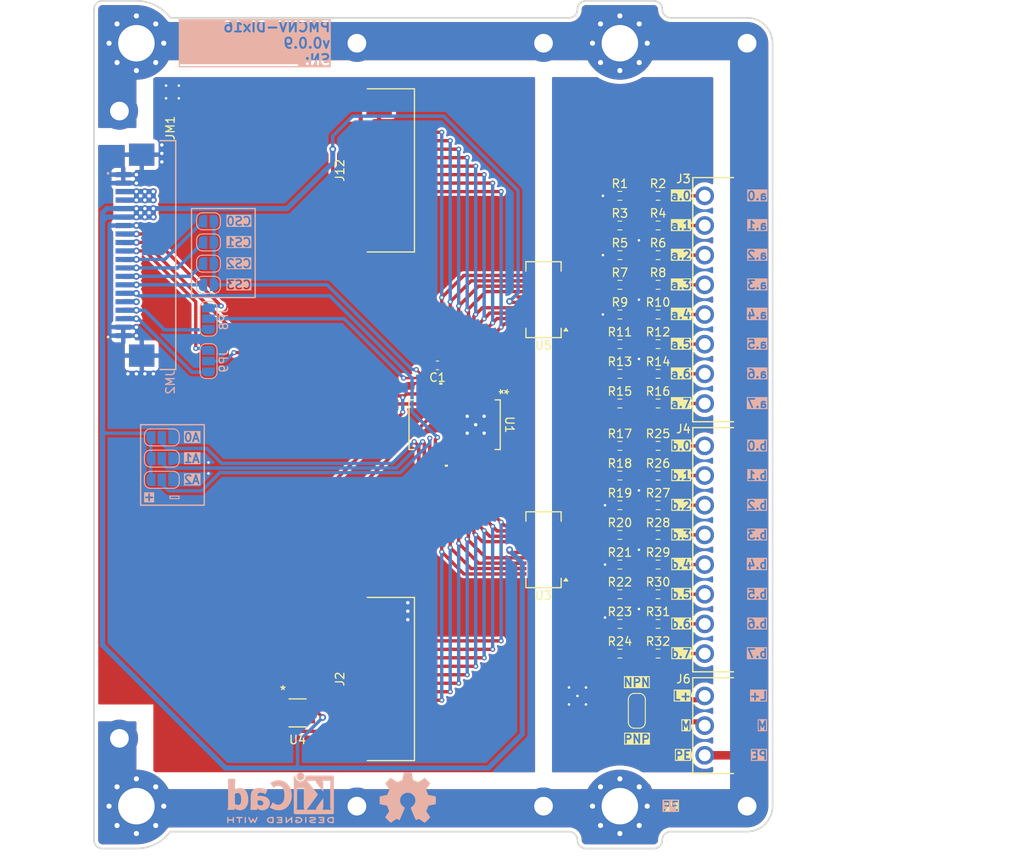
<source format=kicad_pcb>
(kicad_pcb (version 20241229) (generator "pcbnew") (generator_version "9.0")
  (title_block (title "${article} v${version}"))
  (layers (0 "F.Cu" signal) (2 "B.Cu" signal) (13 "F.Paste" user) (15 "B.Paste" user) (5 "F.SilkS" user "F.Silkscreen") (7 "B.SilkS" user "B.Silkscreen") (1 "F.Mask" user) (3 "B.Mask" user) (25 "Edge.Cuts" user))
  (property "article" "PMCNV-DIx16")
  (property "version" "0.0.9")
  (net 0 "")
  (net 1 "/CS_MCU")
  (net 2 "GND_MCU")
  (net 3 "/SCK_MCU")
  (net 4 "/CS3_MCU")
  (net 5 "/a.1")
  (net 6 "/a.3")
  (net 7 "/a.6")
  (net 8 "/a.5")
  (net 9 "/a.2")
  (net 10 "/a.4")
  (net 11 "/a.7")
  (net 12 "/a.0_div")
  (net 13 "/a.1_div")
  (net 14 "/a.3_div")
  (net 15 "/a.2_div")
  (net 16 "/a.7_div")
  (net 17 "/a.6_div")
  (net 18 "/a.4_div")
  (net 19 "/a.5_div")
  (net 20 "/b.3")
  (net 21 "/b.6")
  (net 22 "/b.4")
  (net 23 "/b.2")
  (net 24 "/b.5")
  (net 25 "/b.7")
  (net 26 "/b.2_div")
  (net 27 "/b.3_div")
  (net 28 "/b.0_div")
  (net 29 "/b.1_div")
  (net 30 "/b.5_div")
  (net 31 "/b.6_div")
  (net 32 "/b.7_div")
  (net 33 "/b.4_div")
  (net 34 "/a.6_in")
  (net 35 "/a.7_in")
  (net 36 "/a.0_in")
  (net 37 "/a.1_in")
  (net 38 "/a.4_in")
  (net 39 "/a.3_in")
  (net 40 "/a.2_in")
  (net 41 "/a.5_in")
  (net 42 "/b.0_in")
  (net 43 "/b.1_in")
  (net 44 "/a.0")
  (net 45 "/b.4_in")
  (net 46 "/b.2_in")
  (net 47 "/b.6_in")
  (net 48 "/b.5_in")
  (net 49 "/b.7_in")
  (net 50 "/b.3_in")
  (net 51 "/b.1")
  (net 52 "/b.0")
  (net 53 "PE")
  (net 54 "/MISO_MCU")
  (net 55 "/CS0_MCU")
  (net 56 "/CS1_MCU")
  (net 57 "/CS2_MCU")
  (net 58 "+3.3V_MCU")
  (net 59 "/MOSI_MCU")
  (net 64 "/COM_CNV")
  (net 65 "+5V_MCU")
  (net 66 "/SDA_MCU")
  (net 67 "/SCL_MCU")
  (net 68 "Net-(JP8-C)")
  (net 69 "Net-(JP9-C)")
  (net 70 "unconnected-(U4-2A-Pad3)")
  (net 71 "/CS_LED")
  (net 73 "/A0")
  (net 74 "/A1")
  (net 75 "/A2")
  (net 76 "/RST")
  (net 77 "GND_CNV")
  (net 78 "L+_CNV")
  (net 79 "Net-(JM1-Pin_5)")
  (footprint "Resistor_SMD:R_0603_1608Metric" (layer "F.Cu") (at 91.5 123.5)
    (property "Reference" "R31")
    (property "Value" "2k7")
  )
  (footprint "kicad_inventree_lib:PM-ESP32C3_v0.0.7" (layer "F.Cu") (at 25 100)
    (property "Reference" "U2" (hide yes))
    (property "Value" "~" (hide yes))
  )
  (footprint "kicad_inventree_lib:DBV6-M" (layer "F.Cu") (at 49 134)
    (property "Reference" "U4")
    (property "Value" "SN74LVC2G14DBVR")
  )
  (footprint "MountingHole:MountingHole_4.3mm_M4_Pad_Via" (layer "F.Cu") (at 87 55)
    (property "Reference" "H2" (hide yes))
    (property "Value" "M4")
  )
  (footprint "Resistor_SMD:R_0603_1608Metric" (layer "F.Cu") (at 91.5 97.5)
    (property "Reference" "R16")
    (property "Value" "2k7")
  )
  (footprint "Resistor_SMD:R_0603_1608Metric" (layer "F.Cu") (at 87 94)
    (property "Reference" "R13")
    (property "Value" "750R")
  )
  (footprint "kicad_inventree_lib:PMLED-xx-v0.0.2" (layer "F.Cu") (at 90 100)
    (property "Reference" "SP1" (hide yes))
    (property "Value" "~")
  )
  (footprint "Resistor_SMD:R_0603_1608Metric" (layer "F.Cu") (at 87 106)
    (property "Reference" "R18")
    (property "Value" "750R")
  )
  (footprint "Resistor_SMD:R_0603_1608Metric" (layer "F.Cu") (at 91.5 113)
    (property "Reference" "R28")
    (property "Value" "2k7")
  )
  (footprint "Package_SO:SSOP-20_3.9x8.7mm_P0.635mm" (layer "F.Cu") (at 78 85.25 180)
    (property "Reference" "U5")
    (property "Value" "CA-IS3980P")
  )
  (footprint "Resistor_SMD:R_0603_1608Metric" (layer "F.Cu") (at 91.5 76.5)
    (property "Reference" "R4")
    (property "Value" "2k7")
  )
  (footprint "Resistor_SMD:R_0603_1608Metric" (layer "F.Cu") (at 87 127)
    (property "Reference" "R24")
    (property "Value" "750R")
  )
  (footprint "MountingHole:MountingHole_4.3mm_M4_Pad_Via" (layer "F.Cu") (at 30 55)
    (property "Reference" "H1" (hide yes))
    (property "Value" "M4")
  )
  (footprint "Resistor_SMD:R_0603_1608Metric" (layer "F.Cu") (at 87 123.5)
    (property "Reference" "R23")
    (property "Value" "750R")
  )
  (footprint "Resistor_SMD:R_0603_1608Metric" (layer "F.Cu") (at 87 90.5)
    (property "Reference" "R11")
    (property "Value" "750R")
  )
  (footprint "Resistor_SMD:R_0603_1608Metric" (layer "F.Cu") (at 91.5 73)
    (property "Reference" "R2")
    (property "Value" "2k7")
  )
  (footprint "Capacitor_SMD:C_0603_1608Metric" (layer "F.Cu") (at 65.5 93 180)
    (property "Reference" "C1")
    (property "Value" "100nF")
  )
  (footprint "Resistor_SMD:R_0603_1608Metric" (layer "F.Cu") (at 87 113)
    (property "Reference" "R20")
    (property "Value" "750R")
  )
  (footprint "kicad_inventree_lib:SSOP28_MC_MCH" (layer "F.Cu") (at 67.52 100 -90)
    (property "Reference" "U1")
    (property "Value" "MCP23S17_SS")
  )
  (footprint "Resistor_SMD:R_0603_1608Metric" (layer "F.Cu") (at 87 80)
    (property "Reference" "R5")
    (property "Value" "750R")
  )
  (footprint "kicad_inventree_lib:CONN10_AFA07-S12_JUS" (layer "F.Cu") (at 60 70 90)
    (property "Reference" "J12")
    (property "Value" "AFA07-S12FCC-00")
  )
  (footprint "Resistor_SMD:R_0603_1608Metric" (layer "F.Cu") (at 87 76.5)
    (property "Reference" "R3")
    (property "Value" "750R")
  )
  (footprint "kicad_inventree_lib:15EDGRC-3.5-03P" (layer "F.Cu") (at 97 139 90)
    (property "Reference" "J6")
    (property "Value" "15EDGRC-3.5-05P")
  )
  (footprint "Resistor_SMD:R_0603_1608Metric" (layer "F.Cu") (at 91.5 106)
    (property "Reference" "R26")
    (property "Value" "2k7")
  )
  (footprint "Resistor_SMD:R_0603_1608Metric" (layer "F.Cu") (at 87 83.5)
    (property "Reference" "R7")
    (property "Value" "750R")
  )
  (footprint "Resistor_SMD:R_0603_1608Metric" (layer "F.Cu") (at 87 102.5)
    (property "Reference" "R17")
    (property "Value" "750R")
  )
  (footprint "Resistor_SMD:R_0603_1608Metric" (layer "F.Cu") (at 91.5 127)
    (property "Reference" "R32")
    (property "Value" "2k7")
  )
  (footprint "kicad_inventree_lib:AFA07S20FCA00" (layer "F.Cu") (at 32 80 90)
    (property "Reference" "JM1")
    (property "Value" "AFA07-S20FCC-00" (hide yes))
  )
  (footprint "Resistor_SMD:R_0603_1608Metric" (layer "F.Cu") (at 91.5 83.5)
    (property "Reference" "R8")
    (property "Value" "2k7")
  )
  (footprint "Resistor_SMD:R_0603_1608Metric" (layer "F.Cu") (at 91.5 120)
    (property "Reference" "R30")
    (property "Value" "2k7")
  )
  (footprint "Resistor_SMD:R_0603_1608Metric" (layer "F.Cu") (at 91.5 80)
    (property "Reference" "R6")
    (property "Value" "2k7")
  )
  (footprint "Resistor_SMD:R_0603_1608Metric" (layer "F.Cu") (at 87 73)
    (property "Reference" "R1")
    (property "Value" "750R")
  )
  (footprint "Resistor_SMD:R_0603_1608Metric" (layer "F.Cu") (at 87 120)
    (property "Reference" "R22")
    (property "Value" "750R")
  )
  (footprint "kicad_inventree_lib:CONN10_AFA07-S12_JUS" (layer "F.Cu") (at 60 130 90)
    (property "Reference" "J2")
    (property "Value" "AFA07-S12FCC-00")
  )
  (footprint "Resistor_SMD:R_0603_1608Metric" (layer "F.Cu") (at 91.5 87)
    (property "Reference" "R10")
    (property "Value" "2k7")
  )
  (footprint "Resistor_SMD:R_0603_1608Metric" (layer "F.Cu") (at 91.5 94)
    (property "Reference" "R14")
    (property "Value" "2k7")
  )
  (footprint "Package_SO:SSOP-20_3.9x8.7mm_P0.635mm" (layer "F.Cu") (at 78 114.75 180)
    (property "Reference" "U3")
    (property "Value" "CA-IS3980P")
  )
  (footprint "kicad_inventree_lib:SolderJumper-3_P1.3mm_Open_RoundedPad1.0x1.5mm" (layer "F.Cu") (at 89 133.75 90)
    (property "Reference" "JP10" (hide yes))
    (property "Value" "SolderJumper_3_Open")
  )
  (footprint "Resistor_SMD:R_0603_1608Metric" (layer "F.Cu") (at 91.5 90.5)
    (property "Reference" "R12")
    (property "Value" "2k7")
  )
  (footprint "MountingHole:MountingHole_4.3mm_M4_Pad_Via" (layer "F.Cu") (at 87 145)
    (property "Reference" "H3" (hide yes))
    (property "Value" "M4")
  )
  (footprint "Resistor_SMD:R_0603_1608Metric" (layer "F.Cu") (at 87 87)
    (property "Reference" "R9")
    (property "Value" "750R")
  )
  (footprint "Resistor_SMD:R_0603_1608Metric" (layer "F.Cu") (at 87 109.5)
    (property "Reference" "R19")
    (property "Value" "750R")
  )
  (footprint "kicad_inventree_lib:15EDGRC-3.5-08P" (layer "F.Cu") (at 97 127 90)
    (property "Reference" "J4")
    (property "Value" "15EDGRC-3.5-10P")
  )
  (footprint "Resistor_SMD:R_0603_1608Metric" (layer "F.Cu") (at 91.5 109.5)
    (property "Reference" "R27")
    (property "Value" "2k7")
  )
  (footprint "Resistor_SMD:R_0603_1608Metric" (layer "F.Cu") (at 91.5 102.5)
    (property "Reference" "R25")
    (property "Value" "2k7")
  )
  (footprint "Resistor_SMD:R_0603_1608Metric" (layer "F.Cu") (at 87 116.5)
    (property "Reference" "R21")
    (property "Value" "750R")
  )
  (footprint "kicad_inventree_lib:15EDGRC-3.5-08P" (layer "F.Cu") (at 97 97.5 90)
    (property "Reference" "J3")
    (property "Value" "15EDGRC-3.5-10P")
  )
  (footprint "Resistor_SMD:R_0603_1608Metric" (layer "F.Cu") (at 91.5 116.5)
    (property "Reference" "R29")
    (property "Value" "2k7")
  )
  (footprint "Resistor_SMD:R_0603_1608Metric" (layer "F.Cu") (at 87 97.5)
    (property "Reference" "R15")
    (property "Value" "750R")
  )
  (footprint "MountingHole:MountingHole_4.3mm_M4_Pad_Via" (layer "F.Cu") (at 30 145)
    (property "Reference" "H4" (hide yes))
    (property "Value" "M4")
  )
  (footprint "kicad_inventree_lib:AFA07S20FCA00" (layer "B.Cu") (at 32 80 -90)
    (property "Reference" "JM2")
    (property "Value" "AFA07-S20FCC-00" (hide yes))
  )
  (footprint "Jumper:SolderJumper-2_P1.3mm_Open_RoundedPad1.0x1.5mm" (layer "B.Cu") (at 38.5 78.5)
    (property "Reference" "JP2" (hide yes))
    (property "Value" "SolderJumper_2_Open")
  )
  (footprint "Jumper:SolderJumper-2_P1.3mm_Open_RoundedPad1.0x1.5mm" (layer "B.Cu") (at 38.5 83.5)
    (property "Reference" "JP4" (hide yes))
    (property "Value" "SolderJumper_2_Open")
  )
  (footprint "Jumper:SolderJumper-2_P1.3mm_Open_RoundedPad1.0x1.5mm" (layer "B.Cu") (at 38.5 81)
    (property "Reference" "JP3" (hide yes))
    (property "Value" "SolderJumper_2_Open")
  )
  (footprint "Jumper:SolderJumper-2_P1.3mm_Open_RoundedPad1.0x1.5mm" (layer "B.Cu") (at 38.5 76)
    (property "Reference" "JP1" (hide yes))
    (property "Value" "SolderJumper_2_Open")
  )
  (footprint "Symbol:KiCad-Logo2_5mm_SilkScreen" (layer "B.Cu") (at 47 144 180)
    (property "Reference" "kicad_logo" (hide yes))
    (property "Value" "KiCad-Logo2_5mm_SilkScreen" (hide yes))
  )
  (footprint "kicad_inventree_lib:SolderJumper-3_P1.3mm_Open_RoundedPad1.0x1.5mm" (layer "B.Cu") (at 33 104 180)
    (property "Reference" "JP6" (hide yes))
    (property "Value" "SolderJumper_3_Open")
  )
  (footprint "kicad_inventree_lib:SolderJumper-3_P1.3mm_Open_RoundedPad1.0x1.5mm" (layer "B.Cu") (at 38.5 87.5 90)
    (property "Reference" "JP8")
    (property "Value" "SolderJumper_3_Open")
  )
  (footprint "Symbol:OSHW-Symbol_6.7x6mm_SilkScreen" (layer "B.Cu") (at 62 144 180)
    (property "Reference" "oshw_logo" (hide yes))
    (property "Value" "OSHW-Symbol_6.7x6mm_SilkScreen" (hide yes))
  )
  (footprint "kicad_inventree_lib:SolderJumper-3_P1.3mm_Open_RoundedPad1.0x1.5mm" (layer "B.Cu") (at 33 101.5 180)
    (property "Reference" "JP5" (hide yes))
    (property "Value" "SolderJumper_3_Open")
  )
  (footprint "kicad_inventree_lib:SolderJumper-3_P1.3mm_Open_RoundedPad1.0x1.5mm" (layer "B.Cu") (at 33 106.5 180)
    (property "Reference" "JP7" (hide yes))
    (property "Value" "SolderJumper_3_Open")
  )
  (footprint "kicad_inventree_lib:SolderJumper-3_P1.3mm_Open_RoundedPad1.0x1.5mm" (layer "B.Cu") (at 38.5 92.5 90)
    (property "Reference" "JP9")
    (property "Value" "SolderJumper_3_Open")
  )
  (gr_rect (start 36.5 74.5) (end 44 85) (stroke (width 0.16)) (fill no) (layer "B.SilkS"))
  (gr_rect (start 30.5 100) (end 38 109.5) (stroke (width 0.16)) (fill no) (layer "B.SilkS"))
  (gr_line (start 93 148) (end 102 148) (stroke (width 0.2)) (layer "Edge.Cuts"))
  (gr_arc (start 92 149) (mid 91.707107 149.707107) (end 91 150) (stroke (width 0.2)) (layer "Edge.Cuts"))
  (gr_arc (start 25 51) (mid 25.292893 50.292893) (end 26 50) (stroke (width 0.2)) (layer "Edge.Cuts"))
  (gr_line (start 91 50) (end 83 50) (stroke (width 0.2)) (layer "Edge.Cuts"))
  (gr_arc (start 91 50) (mid 91.707107 50.292893) (end 92 51) (stroke (width 0.2)) (layer "Edge.Cuts"))
  (gr_arc (start 92 149) (mid 92.292893 148.292893) (end 93 148) (stroke (width 0.2)) (layer "Edge.Cuts"))
  (gr_arc (start 83 150) (mid 82.292893 149.707107) (end 82 149) (stroke (width 0.2)) (layer "Edge.Cuts"))
  (gr_line (start 34 52) (end 81 52) (stroke (width 0.2)) (layer "Edge.Cuts"))
  (gr_arc (start 102 52) (mid 104.12132 52.87868) (end 105 55) (stroke (width 0.2)) (layer "Edge.Cuts"))
  (gr_arc (start 82 51) (mid 82.292893 50.292893) (end 83 50) (stroke (width 0.2)) (layer "Edge.Cuts"))
  (gr_arc (start 93 52) (mid 92.292893 51.707107) (end 92 51) (stroke (width 0.2)) (layer "Edge.Cuts"))
  (gr_line (start 25 149) (end 25 51) (stroke (width 0.2)) (layer "Edge.Cuts"))
  (gr_line (start 26 150) (end 30 150) (stroke (width 0.2)) (layer "Edge.Cuts"))
  (gr_arc (start 105 145) (mid 104.12132 147.12132) (end 102 148) (stroke (width 0.2)) (layer "Edge.Cuts"))
  (gr_line (start 83 150) (end 91 150) (stroke (width 0.2)) (layer "Edge.Cuts"))
  (gr_arc (start 34 148) (mid 32.236068 149.472136) (end 30 150) (stroke (width 0.2)) (layer "Edge.Cuts"))
  (gr_line (start 26 50) (end 30 50) (stroke (width 0.2)) (layer "Edge.Cuts"))
  (gr_line (start 93 52) (end 102 52) (stroke (width 0.2)) (layer "Edge.Cuts"))
  (gr_arc (start 82 51) (mid 81.707107 51.707107) (end 81 52) (stroke (width 0.2)) (layer "Edge.Cuts"))
  (gr_line (start 81 148) (end 34 148) (stroke (width 0.2)) (layer "Edge.Cuts"))
  (gr_line (start 105 55) (end 105 145) (stroke (width 0.2)) (layer "Edge.Cuts"))
  (gr_arc (start 30 50) (mid 32.236068 50.527864) (end 34 52) (stroke (width 0.2)) (layer "Edge.Cuts"))
  (gr_arc (start 81 148) (mid 81.707107 148.292893) (end 82 149) (stroke (width 0.2)) (layer "Edge.Cuts"))
  (gr_arc (start 26 150) (mid 25.292893 149.707107) (end 25 149) (stroke (width 0.2)) (layer "Edge.Cuts"))
  (gr_text "a.6" (at 95.5 94 0) (layer "F.SilkS" knockout) (effects (font (size 1 1) (thickness 0.2) (bold yes)) (justify right)))
  (gr_text "b.7" (at 95.5 127 0) (layer "F.SilkS" knockout) (effects (font (size 1 1) (thickness 0.2) (bold yes)) (justify right)))
  (gr_text "L+" (at 95.5 132 0) (layer "F.SilkS" knockout) (effects (font (size 1 1) (thickness 0.2) (bold yes)) (justify right)))
  (gr_text "M" (at 95.5 135.5 0) (layer "F.SilkS" knockout) (effects (font (size 1 1) (thickness 0.2) (bold yes)) (justify right)))
  (gr_text "b.3" (at 95.5 113 0) (layer "F.SilkS" knockout) (effects (font (size 1 1) (thickness 0.2) (bold yes)) (justify right)))
  (gr_text "a.5" (at 95.5 90.5 0) (layer "F.SilkS" knockout) (effects (font (size 1 1) (thickness 0.2) (bold yes)) (justify right)))
  (gr_text "b.6" (at 95.5 123.5 0) (layer "F.SilkS" knockout) (effects (font (size 1 1) (thickness 0.2) (bold yes)) (justify right)))
  (gr_text "a.2" (at 95.5 80 0) (layer "F.SilkS" knockout) (effects (font (size 1 1) (thickness 0.2) (bold yes)) (justify right)))
  (gr_text "b.2" (at 95.5 109.5 0) (layer "F.SilkS" knockout) (effects (font (size 1 1) (thickness 0.2) (bold yes)) (justify right)))
  (gr_text "PNP" (at 89 136.5 0) (layer "F.SilkS" knockout) (effects (font (size 1 1) (thickness 0.2) (bold yes)) (justify top)))
  (gr_text "b.4" (at 95.5 116.5 0) (layer "F.SilkS" knockout) (effects (font (size 1 1) (thickness 0.2) (bold yes)) (justify right)))
  (gr_text "NPN" (at 89 131 0) (layer "F.SilkS" knockout) (effects (font (size 1 1) (thickness 0.2) (bold yes)) (justify bottom)))
  (gr_text "PE" (at 95.5 139 0) (layer "F.SilkS" knockout) (effects (font (size 1 1) (thickness 0.2) (bold yes)) (justify right)))
  (gr_text "b.5" (at 95.5 120 0) (layer "F.SilkS" knockout) (effects (font (size 1 1) (thickness 0.2) (bold yes)) (justify right)))
  (gr_text "PE" (at 93 145 0) (layer "F.SilkS" knockout) (effects (font (size 1 1) (thickness 0.2) (bold yes))))
  (gr_text "a.4" (at 95.5 87 0) (layer "F.SilkS" knockout) (effects (font (size 1 1) (thickness 0.2) (bold yes)) (justify right)))
  (gr_text "a.7" (at 95.5 97.5 0) (layer "F.SilkS" knockout) (effects (font (size 1 1) (thickness 0.2) (bold yes)) (justify right)))
  (gr_text "b.0" (at 95.5 102.5 0) (layer "F.SilkS" knockout) (effects (font (size 1 1) (thickness 0.2) (bold yes)) (justify right)))
  (gr_text "b.1" (at 95.5 106 0) (layer "F.SilkS" knockout) (effects (font (size 1 1) (thickness 0.2) (bold yes)) (justify right)))
  (gr_text "a.0" (at 95.5 73 0) (layer "F.SilkS" knockout) (effects (font (size 1 1) (thickness 0.2) (bold yes)) (justify right)))
  (gr_text "a.3" (at 95.5 83.5 0) (layer "F.SilkS" knockout) (effects (font (size 1 1) (thickness 0.2) (bold yes)) (justify right)))
  (gr_text "a.1" (at 95.5 76.5 0) (layer "F.SilkS" knockout) (effects (font (size 1 1) (thickness 0.2) (bold yes)) (justify right)))
  (gr_text "b.2" (at 104.5 109.5 0) (layer "B.SilkS" knockout) (effects (font (size 1 1) (thickness 0.2) (bold yes)) (justify left mirror)))
  (gr_text "PE" (at 104.5 139 0) (layer "B.SilkS" knockout) (effects (font (size 1 1) (thickness 0.2) (bold yes)) (justify left mirror)))
  (gr_text "a.0" (at 104.5 73 0) (layer "B.SilkS" knockout) (effects (font (size 1 1) (thickness 0.2) (bold yes)) (justify left mirror)))
  (gr_text "a.3" (at 104.5 83.5 0) (layer "B.SilkS" knockout) (effects (font (size 1 1) (thickness 0.2) (bold yes)) (justify left mirror)))
  (gr_text "CS0" (at 40.5 76 0) (layer "B.SilkS" knockout) (effects (font (size 1 1) (thickness 0.2) (bold yes)) (justify right mirror)))
  (gr_text "a.7" (at 104.5 97.5 0) (layer "B.SilkS" knockout) (effects (font (size 1 1) (thickness 0.2) (bold yes)) (justify left mirror)))
  (gr_text "b.4" (at 104.5 116.5 0) (layer "B.SilkS" knockout) (effects (font (size 1 1) (thickness 0.2) (bold yes)) (justify left mirror)))
  (gr_text "+" (at 31.5 108.5 0) (layer "B.SilkS" knockout) (effects (font (size 1 1) (thickness 0.2) (bold yes)) (justify mirror)))
  (gr_text "a.1" (at 104.5 76.5 0) (layer "B.SilkS" knockout) (effects (font (size 1 1) (thickness 0.2) (bold yes)) (justify left mirror)))
  (gr_text "b.5" (at 104.5 120 0) (layer "B.SilkS" knockout) (effects (font (size 1 1) (thickness 0.2) (bold yes)) (justify left mirror)))
  (gr_text "A0" (at 35.5 101.5 0) (layer "B.SilkS" knockout) (effects (font (size 1 1) (thickness 0.2) (bold yes)) (justify right mirror)))
  (gr_text "L+" (at 104.5 132 0) (layer "B.SilkS" knockout) (effects (font (size 1 1) (thickness 0.2) (bold yes)) (justify left mirror)))
  (gr_text "-" (at 34.5 108.5 0) (layer "B.SilkS" knockout) (effects (font (size 1 1) (thickness 0.2) (bold yes)) (justify mirror)))
  (gr_text "b.6" (at 104.5 123.5 0) (layer "B.SilkS" knockout) (effects (font (size 1 1) (thickness 0.2) (bold yes)) (justify left mirror)))
  (gr_text "CS3" (at 40.5 83.5 0) (layer "B.SilkS" knockout) (effects (font (size 1 1) (thickness 0.2) (bold yes)) (justify right mirror)))
  (gr_text "A1" (at 35.5 104 0) (layer "B.SilkS" knockout) (effects (font (size 1 1) (thickness 0.2) (bold yes)) (justify right mirror)))
  (gr_text "${article}\nv${version}\nSN: _______________" (at 53 55 0) (layer "B.SilkS" knockout) (effects (font (size 1.2 1.2) (thickness 0.24) (bold yes)) (justify left mirror)))
  (gr_text "CS2" (at 40.5 81 0) (layer "B.SilkS" knockout) (effects (font (size 1 1) (thickness 0.2) (bold yes)) (justify right mirror)))
  (gr_text "b.1" (at 104.5 106 0) (layer "B.SilkS" knockout) (effects (font (size 1 1) (thickness 0.2) (bold yes)) (justify left mirror)))
  (gr_text "b.0" (at 104.5 102.5 0) (layer "B.SilkS" knockout) (effects (font (size 1 1) (thickness 0.2) (bold yes)) (justify left mirror)))
  (gr_text "A2" (at 35.5 106.5 0) (layer "B.SilkS" knockout) (effects (font (size 1 1) (thickness 0.2) (bold yes)) (justify right mirror)))
  (gr_text "M" (at 104.5 135.5 0) (layer "B.SilkS" knockout) (effects (font (size 1 1) (thickness 0.2) (bold yes)) (justify left mirror)))
  (gr_text "a.5" (at 104.5 90.5 0) (layer "B.SilkS" knockout) (effects (font (size 1 1) (thickness 0.2) (bold yes)) (justify left mirror)))
  (gr_text "b.7" (at 104.5 127 0) (layer "B.SilkS" knockout) (effects (font (size 1 1) (thickness 0.2) (bold yes)) (justify left mirror)))
  (gr_text "a.2" (at 104.5 80 0) (layer "B.SilkS" knockout) (effects (font (size 1 1) (thickness 0.2) (bold yes)) (justify left mirror)))
  (gr_text "a.6" (at 104.5 94 0) (layer "B.SilkS" knockout) (effects (font (size 1 1) (thickness 0.2) (bold yes)) (justify left mirror)))
  (gr_text "PE" (at 93 145 -0) (layer "B.SilkS" knockout) (effects (font (size 1 1) (thickness 0.2) (bold yes)) (justify mirror)))
  (gr_text "CS1" (at 40.5 78.5 0) (layer "B.SilkS" knockout) (effects (font (size 1 1) (thickness 0.2) (bold yes)) (justify right mirror)))
  (gr_text "a.4" (at 104.5 87 0) (layer "B.SilkS" knockout) (effects (font (size 1 1) (thickness 0.2) (bold yes)) (justify left mirror)))
  (gr_text "b.3" (at 104.5 113 0) (layer "B.SilkS" knockout) (effects (font (size 1 1) (thickness 0.2) (bold yes)) (justify left mirror)))
  (segment (start 65.161902 97.550999) (end 65.161902 96.455298) (width 0.4) (layer "F.Cu") (net 1))
  (segment (start 63 93.5) (end 63.5 94) (width 0.3) (layer "F.Cu") (net 1))
  (segment (start 47.53315 116.21685) (end 65.149 98.601) (width 0.4) (layer "F.Cu") (net 1))
  (segment (start 65.161902 96.455298) (end 65.250001 96.367199) (width 0.4) (layer "F.Cu") (net 1))
  (segment (start 47.53315 133.049999) (end 47.53315 116.21685) (width 0.4) (layer "F.Cu") (net 1))
  (segment (start 65.149 98.601) (end 65.149 97.550999) (width 0.4) (layer "F.Cu") (net 1))
  (segment (start 65.149 97.550999) (end 65.161902 97.550999) (width 0.4) (layer "F.Cu") (net 1))
  (segment (start 65.250001 96.367199) (end 65.250001 95.478498) (width 0.4) (layer "F.Cu") (net 1))
  (segment (start 64 94) (end 65.245001 95.245001) (width 0.3) (layer "F.Cu") (net 1))
  (segment (start 63.5 94) (end 64 94) (width 0.3) (layer "F.Cu") (net 1))
  (segment (start 65.245001 95.245001) (end 65.245001 96.372199) (width 0.3) (layer "F.Cu") (net 1))
  (via (at 63 93.5) (size 0.6) (drill 0.3) (layers "F.Cu" "B.Cu") (net 1))
  (segment (start 62.5 93.5) (end 52.5 83.5) (width 0.4) (layer "B.Cu") (net 1))
  (segment (start 39.15 76) (end 39.15 83.5) (width 0.4) (layer "B.Cu") (net 1))
  (segment (start 52.5 83.5) (end 39.15 83.5) (width 0.4) (layer "B.Cu") (net 1))
  (segment (start 63 93.5) (end 62.5 93.5) (width 0.4) (layer "B.Cu") (net 1))
  (via (at 69 101) (size 0.8) (drill 0.4) (layers "F.Cu" "B.Cu") (net 2))
  (via (at 33.5 61.5) (size 0.6) (drill 0.3) (layers "F.Cu" "B.Cu") (net 2))
  (via (at 70 100) (size 0.8) (drill 0.4) (layers "F.Cu" "B.Cu") (net 2))
  (via (at 33.5 60) (size 0.6) (drill 0.3) (layers "F.Cu" "B.Cu") (net 2))
  (via (at 30 76.5) (size 0.8) (drill 0.4) (layers "F.Cu" "B.Cu") (net 2))
  (via (at 30 94) (size 0.8) (drill 0.4) (layers "F.Cu" "B.Cu") (net 2))
  (via (at 30 89.5) (size 0.8) (drill 0.4) (layers "F.Cu" "B.Cu") (net 2))
  (via (at 35 60) (size 0.6) (drill 0.3) (layers "F.Cu" "B.Cu") (net 2))
  (via (at 38.5 104.456) (size 0.6) (drill 0.3) (layers "F.Cu" "B.Cu") (net 2))
  (via (at 33 67) (size 0.8) (drill 0.4) (layers "F.Cu" "B.Cu") (net 2))
  (via (at 71 99) (size 0.8) (drill 0.4) (layers "F.Cu" "B.Cu") (net 2))
  (via (at 62 123) (size 0.8) (drill 0.4) (layers "F.Cu" "B.Cu") (net 2))
  (via (at 38.5 105.756) (size 0.6) (drill 0.3) (layers "F.Cu" "B.Cu") (net 2))
  (via (at 71 101) (size 0.8) (drill 0.4) (layers "F.Cu" "B.Cu") (net 2))
  (via (at 62 122) (size 0.8) (drill 0.4) (layers "F.Cu" "B.Cu") (net 2))
  (via (at 32 94) (size 0.8) (drill 0.4) (layers "F.Cu" "B.Cu") (net 2))
  (via (at 62 121) (size 0.8) (drill 0.4) (layers "F.Cu" "B.Cu") (net 2))
  (via (at 69 99) (size 0.8) (drill 0.4) (layers "F.Cu" "B.Cu") (net 2))
  (via (at 33 69) (size 0.8) (drill 0.4) (layers "F.Cu" "B.Cu") (net 2))
  (via (at 31 94) (size 0.8) (drill 0.4) (layers "F.Cu" "B.Cu") (net 2))
  (via (at 29 94) (size 0.8) (drill 0.4) (layers "F.Cu" "B.Cu") (net 2))
  (via (at 30 88.5) (size 0.8) (drill 0.4) (layers "F.Cu" "B.Cu") (net 2))
  (via (at 33 68) (size 0.8) (drill 0.4) (layers "F.Cu" "B.Cu") (net 2))
  (via (at 30 70.5) (size 0.8) (drill 0.4) (layers "F.Cu" "B.Cu") (net 2))
  (via (at 35 61.5) (size 0.6) (drill 0.3) (layers "F.Cu" "B.Cu") (net 2))
  (via (at 30 71.5) (size 0.8) (drill 0.4) (layers "F.Cu" "B.Cu") (net 2))
  (segment (start 28.454 79.5) (end 30 79.5) (width 0.6) (layer "F.Cu") (net 3))
  (segment (start 37 85.5) (end 37 91) (width 0.4) (layer "F.Cu") (net 3))
  (segment (start 31 79.5) (end 37 85.5) (width 0.4) (layer "F.Cu") (net 3))
  (segment (start 30 79.5) (end 31 79.5) (width 0.4) (layer "F.Cu") (net 3))
  (via (at 30 79.5) (size 0.8) (drill 0.4) (layers "F.Cu" "B.Cu") (net 3))
  (via (at 37 91) (size 0.6) (drill 0.3) (layers "F.Cu" "B.Cu") (net 3))
  (segment (start 37 91) (end 38.3 91) (width 0.4) (layer "B.Cu") (net 3))
  (segment (start 38.3 91) (end 38.5 91.2) (width 0.3) (layer "B.Cu") (net 3))
  (segment (start 30 79.5) (end 28.454 79.5) (width 0.6) (layer "B.Cu") (net 3))
  (segment (start 28.454 83.5) (end 30 83.5) (width 0.6) (layer "F.Cu") (net 4))
  (via (at 30 83.5) (size 0.8) (drill 0.4) (layers "F.Cu" "B.Cu") (net 4))
  (segment (start 30 83.5) (end 28.454 83.5) (width 0.6) (layer "B.Cu") (net 4))
  (segment (start 37.85 83.5) (end 30 83.5) (width 0.4) (layer "B.Cu") (net 4))
  (segment (start 67 85.5) (end 67 87) (width 0.4) (layer "F.Cu") (net 5))
  (segment (start 67 87) (end 67.845001 87.845001) (width 0.4) (layer "F.Cu") (net 5))
  (segment (start 66.999996 66.500004) (end 56.444 66.500004) (width 0.4) (layer "F.Cu") (net 5))
  (segment (start 67 66.5) (end 66.999996 66.500004) (width 0.4) (layer "F.Cu") (net 5))
  (segment (start 67 85.5) (end 69.4725 83.0275) (width 0.4) (layer "F.Cu") (net 5))
  (segment (start 67.845001 87.845001) (end 67.845001 96.372199) (width 0.4) (layer "F.Cu") (net 5))
  (segment (start 69.4725 83.0275) (end 75.4 83.0275) (width 0.4) (layer "F.Cu") (net 5))
  (via (at 67 85.5) (size 0.6) (drill 0.3) (layers "F.Cu" "B.Cu") (net 5))
  (via (at 67 66.5) (size 0.6) (drill 0.3) (layers "F.Cu" "B.Cu") (net 5))
  (segment (start 67 85.5) (end 67 66.5) (width 0.4) (layer "B.Cu") (net 5))
  (segment (start 69 86.5) (end 69.145001 86.645001) (width 0.4) (layer "F.Cu") (net 6))
  (segment (start 71.2025 84.2975) (end 75.4 84.2975) (width 0.4) (layer "F.Cu") (net 6))
  (segment (start 69 68.5) (end 56.444 68.5) (width 0.4) (layer "F.Cu") (net 6))
  (segment (start 69.145001 86.645001) (end 69.145001 96.372199) (width 0.4) (layer "F.Cu") (net 6))
  (segment (start 69 86.5) (end 71.2025 84.2975) (width 0.4) (layer "F.Cu") (net 6))
  (via (at 69 68.5) (size 0.6) (drill 0.3) (layers "F.Cu" "B.Cu") (net 6))
  (via (at 69 86.5) (size 0.6) (drill 0.3) (layers "F.Cu" "B.Cu") (net 6))
  (segment (start 69 86.5) (end 69 68.5) (width 0.4) (layer "B.Cu") (net 6))
  (segment (start 72 88) (end 71.094999 88.905001) (width 0.4) (layer "F.Cu") (net 7))
  (segment (start 72 71.5) (end 56.444 71.5) (width 0.4) (layer "F.Cu") (net 7))
  (segment (start 72 88) (end 72.5275 87.4725) (width 0.4) (layer "F.Cu") (net 7))
  (segment (start 71.094999 88.905001) (end 71.094999 96.372199) (width 0.4) (layer "F.Cu") (net 7))
  (segment (start 72.5275 87.4725) (end 75.4 87.4725) (width 0.4) (layer "F.Cu") (net 7))
  (via (at 72 71.5) (size 0.6) (drill 0.3) (layers "F.Cu" "B.Cu") (net 7))
  (via (at 72 88) (size 0.6) (drill 0.3) (layers "F.Cu" "B.Cu") (net 7))
  (segment (start 72 88) (end 72 71.5) (width 0.4) (layer "B.Cu") (net 7))
  (segment (start 71 87.5) (end 70.445 88.055) (width 0.4) (layer "F.Cu") (net 8))
  (segment (start 56.444 70.5) (end 71 70.5) (width 0.4) (layer "F.Cu") (net 8))
  (segment (start 71 87.5) (end 71.6625 86.8375) (width 0.4) (layer "F.Cu") (net 8))
  (segment (start 71.6625 86.8375) (end 75.4 86.8375) (width 0.4) (layer "F.Cu") (net 8))
  (segment (start 70.445 88.055) (end 70.445 96.372199) (width 0.4) (layer "F.Cu") (net 8))
  (via (at 71 70.5) (size 0.6) (drill 0.3) (layers "F.Cu" "B.Cu") (net 8))
  (via (at 71 87.5) (size 0.6) (drill 0.3) (layers "F.Cu" "B.Cu") (net 8))
  (segment (start 71 70.5) (end 71 87.5) (width 0.4) (layer "B.Cu") (net 8))
  (segment (start 70.3375 83.6625) (end 75.4 83.6625) (width 0.4) (layer "F.Cu") (net 9))
  (segment (start 68 86) (end 70.3375 83.6625) (width 0.4) (layer "F.Cu") (net 9))
  (segment (start 68.494999 87.494999) (end 68.494999 96.372199) (width 0.4) (layer "F.Cu") (net 9))
  (segment (start 68 87) (end 68.494999 87.494999) (width 0.4) (layer "F.Cu") (net 9))
  (segment (start 68 67.5) (end 67.999998 67.500002) (width 0.4) (layer "F.Cu") (net 9))
  (segment (start 68 86) (end 68 87) (width 0.4) (layer "F.Cu") (net 9))
  (segment (start 67.999998 67.500002) (end 56.444 67.500002) (width 0.4) (layer "F.Cu") (net 9))
  (via (at 68 86) (size 0.6) (drill 0.3) (layers "F.Cu" "B.Cu") (net 9))
  (via (at 68 67.5) (size 0.6) (drill 0.3) (layers "F.Cu" "B.Cu") (net 9))
  (segment (start 68 86) (end 68 67.5) (width 0.4) (layer "B.Cu") (net 9))
  (segment (start 70 87) (end 70.7975 86.2025) (width 0.4) (layer "F.Cu") (net 10))
  (segment (start 70.7975 86.2025) (end 75.4 86.2025) (width 0.4) (layer "F.Cu") (net 10))
  (segment (start 69.794999 87.205001) (end 69.794999 96.372199) (width 0.4) (layer "F.Cu") (net 10))
  (segment (start 70 69.5) (end 56.444 69.5) (width 0.4) (layer "F.Cu") (net 10))
  (segment (start 70 87) (end 69.794999 87.205001) (width 0.4) (layer "F.Cu") (net 10))
  (via (at 70 69.5) (size 0.6) (drill 0.3) (layers "F.Cu" "B.Cu") (net 10))
  (via (at 70 87) (size 0.6) (drill 0.3) (layers "F.Cu" "B.Cu") (net 10))
  (segment (start 70 87) (end 70 69.5) (width 0.4) (layer "B.Cu") (net 10))
  (segment (start 73.3925 88.1075) (end 75.4 88.1075) (width 0.4) (layer "F.Cu") (net 11))
  (segment (start 71.745 89.755) (end 73 88.5) (width 0.4) (layer "F.Cu") (net 11))
  (segment (start 73 72.499998) (end 56.444 72.499998) (width 0.4) (layer "F.Cu") (net 11))
  (segment (start 71.745 96.372199) (end 71.745 89.755) (width 0.4) (layer "F.Cu") (net 11))
  (segment (start 73 88.5) (end 73.3925 88.1075) (width 0.4) (layer "F.Cu") (net 11))
  (via (at 73 88.5) (size 0.6) (drill 0.3) (layers "F.Cu" "B.Cu") (net 11))
  (via (at 73 72.499998) (size 0.6) (drill 0.3) (layers "F.Cu" "B.Cu") (net 11))
  (segment (start 73 72.499998) (end 73 88.5) (width 0.4) (layer "B.Cu") (net 11))
  (segment (start 85.251058 74.899) (end 85.926 74.899) (width 0.4) (layer "F.Cu") (net 12))
  (segment (start 87.825 73) (end 90.675 73) (width 0.4) (layer "F.Cu") (net 12))
  (segment (start 80.6 82.3925) (end 80.6 79.550058) (width 0.4) (layer "F.Cu") (net 12))
  (segment (start 85.926 74.899) (end 87.825 73) (width 0.4) (layer "F.Cu") (net 12))
  (segment (start 80.6 79.550058) (end 85.251058 74.899) (width 0.4) (layer "F.Cu") (net 12))
  (segment (start 87.825 76.5) (end 90.675 76.5) (width 0.4) (layer "F.Cu") (net 13))
  (segment (start 80.6 83.0275) (end 81.4725 83.0275) (width 0.4) (layer "F.Cu") (net 13))
  (segment (start 86.825 75.5) (end 87.825 76.5) (width 0.4) (layer "F.Cu") (net 13))
  (segment (start 85.5 75.5) (end 86.825 75.5) (width 0.4) (layer "F.Cu") (net 13))
  (segment (start 81.4725 83.0275) (end 82 82.5) (width 0.4) (layer "F.Cu") (net 13))
  (segment (start 82 79) (end 85.5 75.5) (width 0.4) (layer "F.Cu") (net 13))
  (segment (start 82 82.5) (end 82 79) (width 0.4) (layer "F.Cu") (net 13))
  (segment (start 82.7705 84.2295) (end 81.7705 84.2295) (width 0.4) (layer "F.Cu") (net 14))
  (segment (start 86.426 82.101) (end 84.899 82.101) (width 0.4) (layer "F.Cu") (net 14))
  (segment (start 87.825 83.5) (end 90.675 83.5) (width 0.4) (layer "F.Cu") (net 14))
  (segment (start 84.899 82.101) (end 82.7705 84.2295) (width 0.4) (layer "F.Cu") (net 14))
  (segment (start 80.634 84.2635) (end 80.6 84.2975) (width 0.4) (layer "F.Cu") (net 14))
  (segment (start 81.7705 84.2295) (end 81.7365 84.2635) (width 0.4) (layer "F.Cu") (net 14))
  (segment (start 81.7365 84.2635) (end 80.634 84.2635) (width 0.4) (layer "F.Cu") (net 14))
  (segment (start 87.825 83.5) (end 86.426 82.101) (width 0.4) (layer "F.Cu") (net 14))
  (segment (start 82.521558 83.6285) (end 80.634 83.6285) (width 0.4) (layer "F.Cu") (net 15))
  (segment (start 87.825 80) (end 86.325 81.5) (width 0.4) (layer "F.Cu") (net 15))
  (segment (start 80.634 83.6285) (end 80.6 83.6625) (width 0.4) (layer "F.Cu") (net 15))
  (segment (start 87.825 80) (end 90.675 80) (width 0.4) (layer "F.Cu") (net 15))
  (segment (start 84.650058 81.5) (end 82.521558 83.6285) (width 0.4) (layer "F.Cu") (net 15))
  (segment (start 86.325 81.5) (end 84.650058 81.5) (width 0.4) (layer "F.Cu") (net 15))
  (segment (start 87.825 97.5) (end 86.426 96.101) (width 0.4) (layer "F.Cu") (net 16))
  (segment (start 80.6 91.449942) (end 80.6 88.1075) (width 0.4) (layer "F.Cu") (net 16))
  (segment (start 86.426 96.101) (end 85.251058 96.101) (width 0.4) (layer "F.Cu") (net 16))
  (segment (start 85.251058 96.101) (end 80.6 91.449942) (width 0.4) (layer "F.Cu") (net 16))
  (segment (start 87.825 97.5) (end 90.675 97.5) (width 0.4) (layer "F.Cu") (net 16))
  (segment (start 87.825 94) (end 86.325 95.5) (width 0.4) (layer "F.Cu") (net 17))
  (segment (start 80.6 87.5065) (end 80.6 87.4725) (width 0.4) (layer "F.Cu") (net 17))
  (segment (start 81.601 88.7085) (end 81.601 87.5065) (width 0.4) (layer "F.Cu") (net 17))
  (segment (start 87.825 94) (end 90.675 94) (width 0.4) (layer "F.Cu") (net 17))
  (segment (start 86.325 95.5) (end 85.5 95.5) (width 0.4) (layer "F.Cu") (net 17))
  (segment (start 85.5 95.5) (end 81.201 91.201) (width 0.4) (layer "F.Cu") (net 17))
  (segment (start 81.601 87.5065) (end 80.6 87.5065) (width 0.4) (layer "F.Cu") (net 17))
  (segment (start 81.201 88.7085) (end 81.601 88.7085) (width 0.4) (layer "F.Cu") (net 17))
  (segment (start 81.201 91.201) (end 81.201 88.7085) (width 0.4) (layer "F.Cu") (net 17))
  (segment (start 82.202384 86.2025) (end 80.6 86.2025) (width 0.4) (layer "F.Cu") (net 18))
  (segment (start 87.825 87) (end 90.675 87) (width 0.4) (layer "F.Cu") (net 18))
  (segment (start 86.325 88.5) (end 84.499884 88.5) (width 0.4) (layer "F.Cu") (net 18))
  (segment (start 84.499884 88.5) (end 82.202384 86.2025) (width 0.4) (layer "F.Cu") (net 18))
  (segment (start 87.825 87) (end 86.325 88.5) (width 0.4) (layer "F.Cu") (net 18))
  (segment (start 86.426 89.101) (end 84.250942 89.101) (width 0.4) (layer "F.Cu") (net 19))
  (segment (start 84.250942 89.101) (end 81.987442 86.8375) (width 0.4) (layer "F.Cu") (net 19))
  (segment (start 87.825 90.5) (end 90.675 90.5) (width 0.4) (layer "F.Cu") (net 19))
  (segment (start 87.825 90.5) (end 87.825 90.325) (width 0.4) (layer "F.Cu") (net 19))
  (segment (start 87.825 90.5) (end 86.426 89.101) (width 0.4) (layer "F.Cu") (net 19))
  (segment (start 81.987442 86.8375) (end 80.6 86.8375) (width 0.4) (layer "F.Cu") (net 19))
  (segment (start 70.7975 113.7975) (end 75.4 113.7975) (width 0.4) (layer "F.Cu") (net 20))
  (segment (start 69.794999 112.794999) (end 69.794999 103.627801) (width 0.4) (layer "F.Cu") (net 20))
  (segment (start 70 113) (end 70.7975 113.7975) (width 0.4) (layer "F.Cu") (net 20))
  (segment (start 70 128.499998) (end 56.444 128.499998) (width 0.4) (layer "F.Cu") (net 20))
  (segment (start 70 113) (end 69.794999 112.794999) (width 0.4) (layer "F.Cu") (net 20))
  (via (at 70 113) (size 0.6) (drill 0.3) (layers "F.Cu" "B.Cu") (net 20))
  (via (at 70 128.499998) (size 0.6) (drill 0.3) (layers "F.Cu" "B.Cu") (net 20))
  (segment (start 70 113) (end 70 128.499998) (width 0.4) (layer "B.Cu") (net 20))
  (segment (start 67.845001 112.154999) (end 67.845001 103.627801) (width 0.4) (layer "F.Cu") (net 21))
  (segment (start 67 114.5) (end 69.4725 116.9725) (width 0.4) (layer "F.Cu") (net 21))
  (segment (start 67 113) (end 67.845001 112.154999) (width 0.4) (layer "F.Cu") (net 21))
  (segment (start 67 131.499998) (end 66.999996 131.499994) (width 0.4) (layer "F.Cu") (net 21))
  (segment (start 67 114.5) (end 67 113) (width 0.4) (layer "F.Cu") (net 21))
  (segment (start 66.999996 131.499994) (end 56.444 131.499994) (width 0.4) (layer "F.Cu") (net 21))
  (segment (start 69.4725 116.9725) (end 75.4 116.9725) (width 0.4) (layer "F.Cu") (net 21))
  (via (at 67 131.499998) (size 0.6) (drill 0.3) (layers "F.Cu" "B.Cu") (net 21))
  (via (at 67 114.5) (size 0.6) (drill 0.3) (layers "F.Cu" "B.Cu") (net 21))
  (segment (start 67 114.5) (end 67 131.499998) (width 0.4) (layer "B.Cu") (net 21))
  (segment (start 69.145001 113.354999) (end 69.145001 103.627801) (width 0.4) (layer "F.Cu") (net 22))
  (segment (start 69 113.5) (end 69.145001 113.354999) (width 0.4) (layer "F.Cu") (net 22))
  (segment (start 69 129.499998) (end 56.444 129.499998) (width 0.4) (layer "F.Cu") (net 22))
  (segment (start 69 113.5) (end 71.2025 115.7025) (width 0.4) (layer "F.Cu") (net 22))
  (segment (start 71.2025 115.7025) (end 75.4 115.7025) (width 0.4) (layer "F.Cu") (net 22))
  (via (at 69 129.499998) (size 0.6) (drill 0.3) (layers "F.Cu" "B.Cu") (net 22))
  (via (at 69 113.5) (size 0.6) (drill 0.3) (layers "F.Cu" "B.Cu") (net 22))
  (segment (start 69 113.5) (end 69 129.499998) (width 0.4) (layer "B.Cu") (net 22))
  (segment (start 70.445 111.945) (end 70.445 103.627801) (width 0.4) (layer "F.Cu") (net 23))
  (segment (start 71 112.5) (end 70.445 111.945) (width 0.4) (layer "F.Cu") (net 23))
  (segment (start 56.444 127.499998) (end 71 127.499998) (width 0.4) (layer "F.Cu") (net 23))
  (segment (start 71 112.5) (end 71.6625 113.1625) (width 0.4) (layer "F.Cu") (net 23))
  (segment (start 71.6625 113.1625) (end 75.4 113.1625) (width 0.4) (layer "F.Cu") (net 23))
  (via (at 71 112.5) (size 0.6) (drill 0.3) (layers "F.Cu" "B.Cu") (net 23))
  (via (at 71 127.499998) (size 0.6) (drill 0.3) (layers "F.Cu" "B.Cu") (net 23))
  (segment (start 71 127.499998) (end 71 112.5) (width 0.4) (layer "B.Cu") (net 23))
  (segment (start 68 130.499998) (end 67.999998 130.499996) (width 0.4) (layer "F.Cu") (net 24))
  (segment (start 70.3375 116.3375) (end 75.4 116.3375) (width 0.4) (layer "F.Cu") (net 24))
  (segment (start 67.999998 130.499996) (end 56.444 130.499996) (width 0.4) (layer "F.Cu") (net 24))
  (segment (start 68.494999 112.505001) (end 68.494999 103.627801) (width 0.4) (layer "F.Cu") (net 24))
  (segment (start 68 114) (end 70.3375 116.3375) (width 0.4) (layer "F.Cu") (net 24))
  (segment (start 68 114) (end 68 113) (width 0.4) (layer "F.Cu") (net 24))
  (segment (start 68 113) (end 68.494999 112.505001) (width 0.4) (layer "F.Cu") (net 24))
  (via (at 68 114) (size 0.6) (drill 0.3) (layers "F.Cu" "B.Cu") (net 24))
  (via (at 68 130.499998) (size 0.6) (drill 0.3) (layers "F.Cu" "B.Cu") (net 24))
  (segment (start 68 114) (end 68 130.499998) (width 0.4) (layer "B.Cu") (net 24))
  (segment (start 68.6075 117.6075) (end 75.4 117.6075) (width 0.4) (layer "F.Cu") (net 25))
  (segment (start 66 115) (end 68.6075 117.6075) (width 0.4) (layer "F.Cu") (net 25))
  (segment (start 66 132.499998) (end 65.5 132.499998) (width 0.4) (layer "F.Cu") (net 25))
  (segment (start 67.195002 111.804998) (end 67.195002 103.627801) (width 0.4) (layer "F.Cu") (net 25))
  (segment (start 66 113) (end 67.195002 111.804998) (width 0.4) (layer "F.Cu") (net 25))
  (segment (start 66 115) (end 66 113) (width 0.4) (layer "F.Cu") (net 25))
  (segment (start 65.499994 132.499992) (end 56.444 132.499992) (width 0.4) (layer "F.Cu") (net 25))
  (segment (start 65.5 132.499998) (end 65.499994 132.499992) (width 0.4) (layer "F.Cu") (net 25))
  (via (at 66 115) (size 0.6) (drill 0.3) (layers "F.Cu" "B.Cu") (net 25))
  (via (at 66 132.499998) (size 0.6) (drill 0.3) (layers "F.Cu" "B.Cu") (net 25))
  (segment (start 66 115) (end 66 132.499998) (width 0.4) (layer "B.Cu") (net 25))
  (segment (start 84.650058 111) (end 82.521558 113.1285) (width 0.4) (layer "F.Cu") (net 26))
  (segment (start 86.325 111) (end 84.650058 111) (width 0.4) (layer "F.Cu") (net 26))
  (segment (start 87.825 109.5) (end 86.325 111) (width 0.4) (layer "F.Cu") (net 26))
  (segment (start 80.634 113.1285) (end 80.6 113.1625) (width 0.4) (layer "F.Cu") (net 26))
  (segment (start 82.521558 113.1285) (end 80.634 113.1285) (width 0.4) (layer "F.Cu") (net 26))
  (segment (start 87.825 109.5) (end 90.675 109.5) (width 0.4) (layer "F.Cu") (net 26))
  (segment (start 80.634 113.7635) (end 80.6 113.7975) (width 0.4) (layer "F.Cu") (net 27))
  (segment (start 84.899 111.601) (end 82.7705 113.7295) (width 0.4) (layer "F.Cu") (net 27))
  (segment (start 82.7705 113.7295) (end 81.7705 113.7295) (width 0.4) (layer "F.Cu") (net 27))
  (segment (start 87.825 113) (end 90.675 113) (width 0.4) (layer "F.Cu") (net 27))
  (segment (start 86.426 111.601) (end 84.899 111.601) (width 0.4) (layer "F.Cu") (net 27))
  (segment (start 81.7365 113.7635) (end 80.634 113.7635) (width 0.4) (layer "F.Cu") (net 27))
  (segment (start 87.825 113) (end 86.426 111.601) (width 0.4) (layer "F.Cu") (net 27))
  (segment (start 81.7705 113.7295) (end 81.7365 113.7635) (width 0.4) (layer "F.Cu") (net 27))
  (segment (start 85.926 104.399) (end 87.825 102.5) (width 0.4) (layer "F.Cu") (net 28))
  (segment (start 85.251058 104.399) (end 85.926 104.399) (width 0.4) (layer "F.Cu") (net 28))
  (segment (start 80.6 111.8925) (end 80.6 109.050058) (width 0.4) (layer "F.Cu") (net 28))
  (segment (start 87.825 102.5) (end 90.675 102.5) (width 0.4) (layer "F.Cu") (net 28))
  (segment (start 80.6 109.050058) (end 85.251058 104.399) (width 0.4) (layer "F.Cu") (net 28))
  (segment (start 86.825 105) (end 87.825 106) (width 0.4) (layer "F.Cu") (net 29))
  (segment (start 82 112) (end 82 108.5) (width 0.4) (layer "F.Cu") (net 29))
  (segment (start 85.5 105) (end 86.825 105) (width 0.4) (layer "F.Cu") (net 29))
  (segment (start 87.825 106) (end 90.675 106) (width 0.4) (layer "F.Cu") (net 29))
  (segment (start 81.4725 112.5275) (end 82 112) (width 0.4) (layer "F.Cu") (net 29))
  (segment (start 82 108.5) (end 85.5 105) (width 0.4) (layer "F.Cu") (net 29))
  (segment (start 80.6 112.5275) (end 81.4725 112.5275) (width 0.4) (layer "F.Cu") (net 29))
  (segment (start 87.825 120) (end 90.675 120) (width 0.4) (layer "F.Cu") (net 30))
  (segment (start 86.426 118.601) (end 84.250942 118.601) (width 0.4) (layer "F.Cu") (net 30))
  (segment (start 81.987442 116.3375) (end 80.6 116.3375) (width 0.4) (layer "F.Cu") (net 30))
  (segment (start 87.825 120) (end 86.426 118.601) (width 0.4) (layer "F.Cu") (net 30))
  (segment (start 84.250942 118.601) (end 81.987442 116.3375) (width 0.4) (layer "F.Cu") (net 30))
  (segment (start 81.201 118.2085) (end 81.601 118.2085) (width 0.4) (layer "F.Cu") (net 31))
  (segment (start 85.5 125) (end 81.201 120.701) (width 0.4) (layer "F.Cu") (net 31))
  (segment (start 81.201 120.701) (end 81.201 118.2085) (width 0.4) (layer "F.Cu") (net 31))
  (segment (start 87.825 123.5) (end 86.325 125) (width 0.4) (layer "F.Cu") (net 31))
  (segment (start 87.825 123.5) (end 90.675 123.5) (width 0.4) (layer "F.Cu") (net 31))
  (segment (start 81.601 117.0065) (end 80.6 117.0065) (width 0.4) (layer "F.Cu") (net 31))
  (segment (start 80.6 117.0065) (end 80.6 116.9725) (width 0.4) (layer "F.Cu") (net 31))
  (segment (start 81.601 118.2085) (end 81.601 117.0065) (width 0.4) (layer "F.Cu") (net 31))
  (segment (start 86.325 125) (end 85.5 125) (width 0.4) (layer "F.Cu") (net 31))
  (segment (start 80.6 120.949942) (end 80.6 117.6075) (width 0.4) (layer "F.Cu") (net 32))
  (segment (start 87.825 127) (end 86.426 125.601) (width 0.4) (layer "F.Cu") (net 32))
  (segment (start 86.426 125.601) (end 85.251058 125.601) (width 0.4) (layer "F.Cu") (net 32))
  (segment (start 87.825 127) (end 90.675 127) (width 0.4) (layer "F.Cu") (net 32))
  (segment (start 85.251058 125.601) (end 80.6 120.949942) (width 0.4) (layer "F.Cu") (net 32))
  (segment (start 82.202384 115.7025) (end 80.6 115.7025) (width 0.4) (layer "F.Cu") (net 33))
  (segment (start 87.825 116.5) (end 90.675 116.5) (width 0.4) (layer "F.Cu") (net 33))
  (segment (start 87.825 116.5) (end 86.325 118) (width 0.4) (layer "F.Cu") (net 33))
  (segment (start 84.499884 118) (end 82.202384 115.7025) (width 0.4) (layer "F.Cu") (net 33))
  (segment (start 86.325 118) (end 84.499884 118) (width 0.4) (layer "F.Cu") (net 33))
  (segment (start 92.325 94) (end 97 94) (width 0.4) (layer "F.Cu") (net 34))
  (segment (start 92.325 97.5) (end 97 97.5) (width 0.4) (layer "F.Cu") (net 35))
  (segment (start 92.325 73) (end 97 73) (width 0.4) (layer "F.Cu") (net 36))
  (segment (start 92.325 76.5) (end 97 76.5) (width 0.4) (layer "F.Cu") (net 37))
  (segment (start 92.325 87) (end 97 87) (width 0.4) (layer "F.Cu") (net 38))
  (segment (start 92.325 83.5) (end 97 83.5) (width 0.4) (layer "F.Cu") (net 39))
  (segment (start 92.325 80) (end 97 80) (width 0.4) (layer "F.Cu") (net 40))
  (segment (start 92.325 90.5) (end 97 90.5) (width 0.4) (layer "F.Cu") (net 41))
  (segment (start 92.325 102.5) (end 97 102.5) (width 0.4) (layer "F.Cu") (net 42))
  (segment (start 92.325 106) (end 97 106) (width 0.4) (layer "F.Cu") (net 43))
  (segment (start 65.5 65.5) (end 65.499994 65.500006) (width 0.4) (layer "F.Cu") (net 44))
  (segment (start 66 85) (end 68.6075 82.3925) (width 0.4) (layer "F.Cu") (net 44))
  (segment (start 65.499994 65.500006) (end 56.444 65.500006) (width 0.4) (layer "F.Cu") (net 44))
  (segment (start 68.6075 82.3925) (end 75.4 82.3925) (width 0.4) (layer "F.Cu") (net 44))
  (segment (start 66 87) (end 67.195002 88.195002) (width 0.4) (layer "F.Cu") (net 44))
  (segment (start 67.195002 88.195002) (end 67.195002 96.372199) (width 0.4) (layer "F.Cu") (net 44))
  (segment (start 66 65.5) (end 65.5 65.5) (width 0.4) (layer "F.Cu") (net 44))
  (segment (start 66 85) (end 66 87) (width 0.4) (layer "F.Cu") (net 44))
  (via (at 66 85) (size 0.6) (drill 0.3) (layers "F.Cu" "B.Cu") (net 44))
  (via (at 66 65.5) (size 0.6) (drill 0.3) (layers "F.Cu" "B.Cu") (net 44))
  (segment (start 66 85) (end 66 65.5) (width 0.4) (layer "B.Cu") (net 44))
  (segment (start 92.325 116.5) (end 97 116.5) (width 0.4) (layer "F.Cu") (net 45))
  (segment (start 92.325 109.5) (end 97 109.5) (width 0.4) (layer "F.Cu") (net 46))
  (segment (start 92.325 123.5) (end 97 123.5) (width 0.4) (layer "F.Cu") (net 47))
  (segment (start 92.325 120) (end 97 120) (width 0.4) (layer "F.Cu") (net 48))
  (segment (start 97 127) (end 92.325 127) (width 0.4) (layer "F.Cu") (net 49))
  (segment (start 92.325 113) (end 97 113) (width 0.4) (layer "F.Cu") (net 50))
  (segment (start 72.5275 112.5275) (end 75.4 112.5275) (width 0.4) (layer "F.Cu") (net 51))
  (segment (start 72 126.499998) (end 56.444 126.499998) (width 0.4) (layer "F.Cu") (net 51))
  (segment (start 72 112) (end 72.5275 112.5275) (width 0.4) (layer "F.Cu") (net 51))
  (segment (start 71.094999 111.094999) (end 71.094999 103.627801) (width 0.4) (layer "F.Cu") (net 51))
  (segment (start 72 112) (end 71.094999 111.094999) (width 0.4) (layer "F.Cu") (net 51))
  (via (at 72 112) (size 0.6) (drill 0.3) (layers "F.Cu" "B.Cu") (net 51))
  (via (at 72 126.499998) (size 0.6) (drill 0.3) (layers "F.Cu" "B.Cu") (net 51))
  (segment (start 72 112) (end 72 126.499998) (width 0.4) (layer "B.Cu") (net 51))
  (segment (start 73.3925 111.8925) (end 75.4 111.8925) (width 0.4) (layer "F.Cu") (net 52))
  (segment (start 73 125.5) (end 56.444 125.5) (width 0.4) (layer "F.Cu") (net 52))
  (segment (start 73 111.5) (end 73.3925 111.8925) (width 0.4) (layer "F.Cu") (net 52))
  (segment (start 71.745 110.245) (end 73 111.5) (width 0.4) (layer "F.Cu") (net 52))
  (segment (start 71.745 103.627801) (end 71.745 110.245) (width 0.4) (layer "F.Cu") (net 52))
  (via (at 73 125.5) (size 0.6) (drill 0.3) (layers "F.Cu" "B.Cu") (net 52))
  (via (at 73 111.5) (size 0.6) (drill 0.3) (layers "F.Cu" "B.Cu") (net 52))
  (segment (start 73 125.5) (end 73 111.5) (width 0.4) (layer "B.Cu") (net 52))
  (segment (start 87 146) (end 90.175 142.825) (width 1) (layer "F.Cu") (net 53))
  (segment (start 97 139) (end 102 139) (width 1) (layer "F.Cu") (net 53))
  (segment (start 55.522798 134.499994) (end 56.444 134.499994) (width 0.4) (layer "F.Cu") (net 54))
  (segment (start 61.4 98.6) (end 45 115) (width 0.4) (layer "F.Cu") (net 54))
  (segment (start 31 78.5) (end 30 78.5) (width 0.4) (layer "F.Cu") (net 54))
  (segment (start 45 115) (end 45 133.988801) (width 0.4) (layer "F.Cu") (net 54))
  (segment (start 53.8543 136.168492) (end 55.522798 134.499994) (width 0.4) (layer "F.Cu") (net 54))
  (segment (start 45 133.988801) (end 47.179691 136.168492) (width 0.4) (layer "F.Cu") (net 54))
  (segment (start 47.179691 136.168492) (end 53.8543 136.168492) (width 0.4) (layer "F.Cu") (net 54))
  (segment (start 45.583856 89.394) (end 41.894 89.394) (width 0.4) (layer "F.Cu") (net 54))
  (segment (start 41.894 89.394) (end 31 78.5) (width 0.4) (layer "F.Cu") (net 54))
  (segment (start 63.300002 96.372199) (end 61.827801 96.372199) (width 0.4) (layer "F.Cu") (net 54))
  (segment (start 61.4 98.5) (end 61.4 98.6) (width 0.4) (layer "F.Cu") (net 54))
  (segment (start 61.827801 96.372199) (end 61.6 96.6) (width 0.4) (layer "F.Cu") (net 54))
  (segment (start 52.789856 96.6) (end 45.583856 89.394) (width 0.4) (layer "F.Cu") (net 54))
  (segment (start 30 78.5) (end 28.454 78.5) (width 0.6) (layer "F.Cu") (net 54))
  (segment (start 61.6 96.6) (end 52.789856 96.6) (width 0.4) (layer "F.Cu") (net 54))
  (segment (start 61.6 96.6) (end 61.4 96.8) (width 0.4) (layer "F.Cu") (net 54))
  (via (at 30 78.5) (size 0.8) (drill 0.4) (layers "F.Cu" "B.Cu") (net 54))
  (via (at 61.4 98.5) (size 0.6) (drill 0.3) (layers "F.Cu" "B.Cu") (net 54))
  (via (at 61.4 96.8) (size 0.6) (drill 0.3) (layers "F.Cu" "B.Cu") (net 54))
  (segment (start 28.454 78.5) (end 30 78.5) (width 0.6) (layer "B.Cu") (net 54))
  (segment (start 61.4 98.5) (end 61.4 96.8) (width 0.4) (layer "B.Cu") (net 54))
  (segment (start 28.454 80.5) (end 30 80.5) (width 0.6) (layer "F.Cu") (net 55))
  (via (at 30 80.5) (size 0.8) (drill 0.4) (layers "F.Cu" "B.Cu") (net 55))
  (segment (start 30 80.5) (end 28.454 80.5) (width 0.6) (layer "B.Cu") (net 55))
  (segment (start 37.85 76) (end 33.35 80.5) (width 0.4) (layer "B.Cu") (net 55))
  (segment (start 33.35 80.5) (end 30 80.5) (width 0.4) (layer "B.Cu") (net 55))
  (segment (start 28.454 81.5) (end 30 81.5) (width 0.6) (layer "F.Cu") (net 56))
  (via (at 30 81.5) (size 0.8) (drill 0.4) (layers "F.Cu" "B.Cu") (net 56))
  (segment (start 30 81.5) (end 28.454 81.5) (width 0.6) (layer "B.Cu") (net 56))
  (segment (start 34.85 81.5) (end 30 81.5) (width 0.4) (layer "B.Cu") (net 56))
  (segment (start 37.85 78.5) (end 34.85 81.5) (width 0.4) (layer "B.Cu") (net 56))
  (segment (start 28.454 82.5) (end 30 82.5) (width 0.6) (layer "F.Cu") (net 57))
  (via (at 30 82.5) (size 0.8) (drill 0.4) (layers "F.Cu" "B.Cu") (net 57))
  (segment (start 30 82.5) (end 28.454 82.5) (width 0.6) (layer "B.Cu") (net 57))
  (segment (start 37.85 81) (end 36.35 82.5) (width 0.4) (layer "B.Cu") (net 57))
  (segment (start 36.35 82.5) (end 30 82.5) (width 0.4) (layer "B.Cu") (net 57))
  (segment (start 73.944 115.0675) (end 75.4 115.0675) (width 0.4) (layer "F.Cu") (net 58))
  (segment (start 30 74.5) (end 30 75.5) (width 0.6) (layer "F.Cu") (net 58))
  (segment (start 53.1485 67.5) (end 53.1485 76.659599) (width 0.4) (layer "F.Cu") (net 58))
  (segment (start 32 74.5) (end 32 75.5) (width 0.6) (layer "F.Cu") (net 58))
  (segment (start 74.115 85.5675) (end 75.4 85.5675) (width 0.4) (layer "F.Cu") (net 58))
  (segment (start 30 74.5) (end 31 74.5) (width 0.6) (layer "F.Cu") (net 58))
  (segment (start 73.829 114.921) (end 73.829 114.9525) (width 0.4) (layer "F.Cu") (net 58))
  (segment (start 31 75.5) (end 32 75.5) (width 0.6) (layer "F.Cu") (net 58))
  (segment (start 74 114.75) (end 73.829 114.921) (width 0.4) (layer "F.Cu") (net 58))
  (segment (start 30 75.5) (end 31 75.5) (width 0.6) (layer "F.Cu") (net 58))
  (segment (start 73.829 114.9525) (end 73.944 115.0675) (width 0.4) (layer "F.Cu") (net 58))
  (segment (start 28.454 74.5) (end 30 74.5) (width 0.6) (layer "F.Cu") (net 58))
  (segment (start 51.964084 134.535916) (end 51.428169 134) (width 0.4) (layer "F.Cu") (net 58))
  (segment (start 28.454 75.5) (end 30 75.5) (width 0.6) (layer "F.Cu") (net 58))
  (segment (start 31 74.5) (end 32 74.5) (width 0.6) (layer "F.Cu") (net 58))
  (segment (start 51.428169 134) (end 50.46685 134) (width 0.4) (layer "F.Cu") (net 58))
  (segment (start 31 74.5) (end 31 75.5) (width 0.6) (layer "F.Cu") (net 58))
  (segment (start 74 85.4525) (end 74.115 85.5675) (width 0.4) (layer "F.Cu") (net 58))
  (segment (start 66.550001 90.0611) (end 66.550001 96.372199) (width 0.4) (layer "F.Cu") (net 58))
  (segment (start 53.1485 76.659599) (end 66.550001 90.0611) (width 0.4) (layer "F.Cu") (net 58))
  (via (at 30 74.5) (size 0.8) (drill 0.4) (layers "F.Cu" "B.Cu") (net 58))
  (via (at 74 85.4525) (size 0.8) (drill 0.4) (layers "F.Cu" "B.Cu") (net 58))
  (via (at 31 75.5) (size 0.8) (drill 0.4) (layers "F.Cu" "B.Cu") (net 58))
  (via (at 74 114.75) (size 0.8) (drill 0.4) (layers "F.Cu" "B.Cu") (net 58))
  (via (at 32 75.5) (size 0.8) (drill 0.4) (layers "F.Cu" "B.Cu") (net 58))
  (via (at 31 74.5) (size 0.8) (drill 0.4) (layers "F.Cu" "B.Cu") (net 58))
  (via (at 51.964084 134.535916) (size 0.8) (drill 0.4) (layers "F.Cu" "B.Cu") (net 58))
  (via (at 30 75.5) (size 0.8) (drill 0.4) (layers "F.Cu" "B.Cu") (net 58))
  (via (at 53.1485 67.5) (size 0.8) (drill 0.4) (layers "F.Cu" "B.Cu") (net 58))
  (via (at 32 74.5) (size 0.8) (drill 0.4) (layers "F.Cu" "B.Cu") (net 58))
  (segment (start 30 74.5) (end 30 75.5) (width 0.6) (layer "B.Cu") (net 58))
  (segment (start 28.454 75.5) (end 26.5 75.5) (width 0.6) (layer "B.Cu") (net 58))
  (segment (start 53.1485 67.5) (end 53.1485 69.117) (width 0.6) (layer "B.Cu") (net 58))
  (segment (start 31.7 101.5) (end 31.2 101) (width 0.4) (layer "B.Cu") (net 58))
  (segment (start 75 72.375) (end 75 84.4525) (width 0.4) (layer "B.Cu") (net 58))
  (segment (start 26 126) (end 26 101) (width 0.6) (layer "B.Cu") (net 58))
  (segment (start 53.1485 69.117) (end 47.7655 74.5) (width 0.6) (layer "B.Cu") (net 58))
  (segment (start 75.5 136.5) (end 71.5 140.5) (width 0.6) (layer "B.Cu") (net 58))
  (segment (start 32 75.5) (end 28.454 75.5) (width 0.6) (layer "B.Cu") (net 58))
  (segment (start 74 114.75) (end 74 114.852766) (width 0.6) (layer "B.Cu") (net 58))
  (segment (start 75 84.4525) (end 74 85.4525) (width 0.4) (layer "B.Cu") (net 58))
  (segment (start 74 114.852766) (end 75.5 116.352766) (width 0.6) (layer "B.Cu") (net 58))
  (segment (start 66.225 63.6) (end 75 72.375) (width 0.4) (layer "B.Cu") (net 58))
  (segment (start 49 140.5) (end 40.5 140.5) (width 0.6) (layer "B.Cu") (net 58))
  (segment (start 32 74.5) (end 32 75.5) (width 0.6) (layer "B.Cu") (net 58))
  (segment (start 31 74.5) (end 31 75.5) (width 0.6) (layer "B.Cu") (net 58))
  (segment (start 40.5 140.5) (end 26 126) (width 0.6) (layer "B.Cu") (net 58))
  (segment (start 53.1485 65.9515) (end 55.5 63.6) (width 0.4) (layer "B.Cu") (net 58))
  (segment (start 28.454 74.5) (end 26.5 74.5) (width 0.6) (layer "B.Cu") (net 58))
  (segment (start 47.7655 74.5) (end 32 74.5) (width 0.6) (layer "B.Cu") (net 58))
  (segment (start 26 75) (end 26 76) (width 0.6) (layer "B.Cu") (net 58))
  (segment (start 32 74.5) (end 28.454 74.5) (width 0.6) (layer "B.Cu") (net 58))
  (segment (start 71.5 140.5) (end 49 140.5) (width 0.6) (layer "B.Cu") (net 58))
  (segment (start 75.5 116.352766) (end 75.5 136.5) (width 0.6) (layer "B.Cu") (net 58))
  (segment (start 26 85) (end 26 101) (width 0.6) (layer "B.Cu") (net 58))
  (segment (start 31.2 101) (end 26 101) (width 0.4) (layer "B.Cu") (net 58))
  (segment (start 49 137.5) (end 49 140.5) (width 0.4) (layer "B.Cu") (net 58))
  (segment (start 26.5 75.5) (end 26 76) (width 0.6) (layer "B.Cu") (net 58))
  (segment (start 26 76) (end 26 85) (width 0.6) (layer "B.Cu") (net 58))
  (segment (start 31.7 101.5) (end 31.7 106.5) (width 0.4) (layer "B.Cu") (net 58))
  (segment (start 53.1485 67.5) (end 53.1485 65.9515) (width 0.4) (layer "B.Cu") (net 58))
  (segment (start 55.5 63.6) (end 66.225 63.6) (width 0.4) (layer "B.Cu") (net 58))
  (segment (start 26.5 74.5) (end 26 75) (width 0.6) (layer "B.Cu") (net 58))
  (segment (start 51.964084 134.535916) (end 49 137.5) (width 0.4) (layer "B.Cu") (net 58))
  (segment (start 31.5 77.5) (end 40 86) (width 0.4) (layer "F.Cu") (net 59))
  (segment (start 30 77.5) (end 31.5 77.5) (width 0.4) (layer "F.Cu") (net 59))
  (segment (start 28.454 77.5) (end 30 77.5) (width 0.6) (layer "F.Cu") (net 59))
  (via (at 40 86) (size 0.6) (drill 0.3) (layers "F.Cu" "B.Cu") (net 59))
  (via (at 30 77.5) (size 0.8) (drill 0.4) (layers "F.Cu" "B.Cu") (net 59))
  (segment (start 40 86) (end 38.7 86) (width 0.4) (layer "B.Cu") (net 59))
  (segment (start 30 77.5) (end 28.454 77.5) (width 0.6) (layer "B.Cu") (net 59))
  (segment (start 38.7 86) (end 38.5 86.2) (width 0.4) (layer "B.Cu") (net 59))
  (via (at 89.25 85.25) (size 0.6) (drill 0.3) (layers "F.Cu" "B.Cu") (net 64))
  (via (at 85 73) (size 0.6) (drill 0.3) (layers "F.Cu" "B.Cu") (net 64))
  (via (at 85.25 109.5) (size 0.6) (drill 0.3) (layers "F.Cu" "B.Cu") (net 64))
  (via (at 89.25 92.25) (size 0.6) (drill 0.3) (layers "F.Cu" "B.Cu") (net 64))
  (via (at 85.25 116.5) (size 0.6) (drill 0.3) (layers "F.Cu" "B.Cu") (net 64))
  (via (at 83 131) (size 0.6) (drill 0.3) (layers "F.Cu" "B.Cu") (net 64))
  (via (at 85 80) (size 0.6) (drill 0.3) (layers "F.Cu" "B.Cu") (net 64))
  (via (at 82 132) (size 0.6) (drill 0.3) (layers "F.Cu" "B.Cu") (net 64))
  (via (at 89.25 121.75) (size 0.6) (drill 0.3) (layers "F.Cu" "B.Cu") (net 64))
  (via (at 89.25 78.25) (size 0.6) (drill 0.3) (layers "F.Cu" "B.Cu") (net 64))
  (via (at 81 133) (size 0.6) (drill 0.3) (layers "F.Cu" "B.Cu") (net 64))
  (via (at 83 133) (size 0.6) (drill 0.3) (layers "F.Cu" "B.Cu") (net 64))
  (via (at 89.25 114.75) (size 0.6) (drill 0.3) (layers "F.Cu" "B.Cu") (net 64))
  (via (at 89.25 107.75) (size 0.6) (drill 0.3) (layers "F.Cu" "B.Cu") (net 64))
  (via (at 81 131) (size 0.6) (drill 0.3) (layers "F.Cu" "B.Cu") (net 64))
  (via (at 85.25 122.75) (size 0.6) (drill 0.3) (layers "F.Cu" "B.Cu") (net 64))
  (via (at 85 87) (size 0.6) (drill 0.3) (layers "F.Cu" "B.Cu") (net 64))
  (segment (start 31 72.5) (end 32 72.5) (width 0.6) (layer "F.Cu") (net 65))
  (segment (start 28.454 73.5) (end 30 73.5) (width 0.6) (layer "F.Cu") (net 65))
  (segment (start 30 73.5) (end 31 73.5) (width 0.6) (layer "F.Cu") (net 65))
  (segment (start 28.454 72.5) (end 30 72.5) (width 0.6) (layer "F.Cu") (net 65))
  (segment (start 31 73.5) (end 32 73.5) (width 0.6) (layer "F.Cu") (net 65))
  (segment (start 30 72.5) (end 31 72.5) (width 0.6) (layer "F.Cu") (net 65))
  (via (at 30 73.5) (size 0.8) (drill 0.4) (layers "F.Cu" "B.Cu") (net 65))
  (via (at 30 72.5) (size 0.8) (drill 0.4) (layers "F.Cu" "B.Cu") (net 65))
  (via (at 32 72.5) (size 0.8) (drill 0.4) (layers "F.Cu" "B.Cu") (net 65))
  (via (at 32 73.5) (size 0.8) (drill 0.4) (layers "F.Cu" "B.Cu") (net 65))
  (via (at 31 73.5) (size 0.8) (drill 0.4) (layers "F.Cu" "B.Cu") (net 65))
  (via (at 31 72.5) (size 0.8) (drill 0.4) (layers "F.Cu" "B.Cu") (net 65))
  (segment (start 32 72.5) (end 28.454 72.5) (width 0.6) (layer "B.Cu") (net 65))
  (segment (start 30 72.5) (end 30 73.5) (width 0.6) (layer "B.Cu") (net 65))
  (segment (start 32 73.5) (end 28.454 73.5) (width 0.6) (layer "B.Cu") (net 65))
  (segment (start 32 72.5) (end 32 73.5) (width 0.6) (layer "B.Cu") (net 65))
  (segment (start 31 72.5) (end 31 73.5) (width 0.6) (layer "B.Cu") (net 65))
  (segment (start 28.454 86.5) (end 30 86.5) (width 0.6) (layer "F.Cu") (net 66))
  (via (at 30 86.5) (size 0.8) (drill 0.4) (layers "F.Cu" "B.Cu") (net 66))
  (segment (start 33.3 88.8) (end 31 86.5) (width 0.4) (layer "B.Cu") (net 66))
  (segment (start 31 86.5) (end 30 86.5) (width 0.4) (layer "B.Cu") (net 66))
  (segment (start 38.5 88.8) (end 33.3 88.8) (width 0.4) (layer "B.Cu") (net 66))
  (segment (start 30 86.5) (end 28.454 86.5) (width 0.6) (layer "B.Cu") (net 66))
  (segment (start 28.454 87.5) (end 30 87.5) (width 0.6) (layer "F.Cu") (net 67))
  (via (at 30 87.5) (size 0.8) (drill 0.4) (layers "F.Cu" "B.Cu") (net 67))
  (segment (start 36.55 93.8) (end 30.25 87.5) (width 0.4) (layer "B.Cu") (net 67))
  (segment (start 30 87.5) (end 28.454 87.5) (width 0.6) (layer "B.Cu") (net 67))
  (segment (start 38.5 93.8) (end 36.55 93.8) (width 0.4) (layer "B.Cu") (net 67))
  (segment (start 30.25 87.5) (end 30 87.5) (width 0.4) (layer "B.Cu") (net 67))
  (segment (start 63.422974 94.5) (end 63.950001 95.027027) (width 0.3) (layer "F.Cu") (net 68))
  (segment (start 61.5 94.5) (end 63.422974 94.5) (width 0.3) (layer "F.Cu") (net 68))
  (segment (start 63.950001 95.027027) (end 63.950001 96.372199) (width 0.3) (layer "F.Cu") (net 68))
  (via (at 61.5 94.5) (size 0.6) (drill 0.3) (layers "F.Cu" "B.Cu") (net 68))
  (segment (start 54.5 87.5) (end 38.5 87.5) (width 0.4) (layer "B.Cu") (net 68))
  (segment (start 61.5 94.5) (end 54.5 87.5) (width 0.4) (layer "B.Cu") (net 68))
  (segment (start 61.5 94.422974) (end 61.5 94.5) (width 0.3) (layer "B.Cu") (net 68))
  (segment (start 41.5 91.5) (end 45.432752 91.5) (width 0.4) (layer "F.Cu") (net 69))
  (segment (start 45.432752 91.5) (end 51.483751 97.550999) (width 0.4) (layer "F.Cu") (net 69))
  (segment (start 64.595002 97.467898) (end 64.595002 96.372199) (width 0.4) (layer "F.Cu") (net 69))
  (segment (start 64.511901 97.550999) (end 64.595002 97.467898) (width 0.4) (layer "F.Cu") (net 69))
  (segment (start 51.483751 97.550999) (end 64.511901 97.550999) (width 0.4) (layer "F.Cu") (net 69))
  (via (at 41.5 91.5) (size 0.6) (drill 0.3) (layers "F.Cu" "B.Cu") (net 69))
  (segment (start 40.5 92.5) (end 38.5 92.5) (width 0.4) (layer "B.Cu") (net 69))
  (segment (start 41.5 91.5) (end 40.5 92.5) (width 0.4) (layer "B.Cu") (net 69))
  (segment (start 47.113201 134.950001) (end 47.53315 134.950001) (width 0.2) (layer "F.Cu") (net 70))
  (segment (start 50.46685 133.049999) (end 51.2574 133.049999) (width 0.4) (layer "F.Cu") (net 71))
  (segment (start 51.707397 133.499996) (end 56.444 133.499996) (width 0.4) (layer "F.Cu") (net 71))
  (segment (start 51.2574 133.049999) (end 51.707397 133.499996) (width 0.4) (layer "F.Cu") (net 71))
  (segment (start 63.295 103.627801) (end 63.295 102.545) (width 0.4) (layer "F.Cu") (net 73))
  (segment (start 63.25 103.582801) (end 63.295 103.627801) (width 0.3) (layer "F.Cu") (net 73))
  (segment (start 63.295 102.545) (end 62.75 102) (width 0.4) (layer "F.Cu") (net 73))
  (via (at 62.75 102) (size 0.6) (drill 0.3) (layers "F.Cu" "B.Cu") (net 73))
  (segment (start 60.195 104.555) (end 62.75 102) (width 0.4) (layer "B.Cu") (net 73))
  (segment (start 33 102.2) (end 33.6 102.8) (width 0.4) (layer "B.Cu") (net 73))
  (segment (start 40.055 104.555) (end 60.195 104.555) (width 0.4) (layer "B.Cu") (net 73))
  (segment (start 33 101.5) (end 33 102.2) (width 0.4) (layer "B.Cu") (net 73))
  (segment (start 33.6 102.8) (end 38.3 102.8) (width 0.4) (layer "B.Cu") (net 73))
  (segment (start 38.3 102.8) (end 40.055 104.555) (width 0.4) (layer "B.Cu") (net 73))
  (segment (start 64 103.572802) (end 63.945001 103.627801) (width 0.3) (layer "F.Cu") (net 74))
  (segment (start 63.945001 102.195001) (end 63.945001 103.627801) (width 0.4) (layer "F.Cu") (net 74))
  (segment (start 63.75 102) (end 63.945001 102.195001) (width 0.4) (layer "F.Cu") (net 74))
  (via (at 63.75 102) (size 0.6) (drill 0.3) (layers "F.Cu" "B.Cu") (net 74))
  (segment (start 63.75 102) (end 60.644 105.106) (width 0.4) (layer "B.Cu") (net 74))
  (segment (start 33 104.503462) (end 33 104) (width 0.4) (layer "B.Cu") (net 74))
  (segment (start 33.602538 105.106) (end 33 104.503462) (width 0.4) (layer "B.Cu") (net 74))
  (segment (start 60.644 105.106) (end 33.602538 105.106) (width 0.4) (layer "B.Cu") (net 74))
  (segment (start 64.678101 103.5447) (end 64.595 103.627801) (width 0.3) (layer "F.Cu") (net 75))
  (segment (start 64.595 101.595) (end 64.595 103.627801) (width 0.4) (layer "F.Cu") (net 75))
  (via (at 64.595 101.595) (size 0.6) (drill 0.3) (layers "F.Cu" "B.Cu") (net 75))
  (segment (start 61.109377 105.657) (end 39.843 105.657) (width 0.4) (layer "B.Cu") (net 75))
  (segment (start 64.595 102.171377) (end 61.109377 105.657) (width 0.4) (layer "B.Cu") (net 75))
  (segment (start 64.595 101.595) (end 64.595 102.171377) (width 0.4) (layer "B.Cu") (net 75))
  (segment (start 37.7 107.8) (end 33.796538 107.8) (width 0.4) (layer "B.Cu") (net 75))
  (segment (start 33.796538 107.8) (end 33 107.003462) (width 0.4) (layer "B.Cu") (net 75))
  (segment (start 33 107.003462) (end 33 106.5) (width 0.4) (layer "B.Cu") (net 75))
  (segment (start 39.843 105.657) (end 37.7 107.8) (width 0.4) (layer "B.Cu") (net 75))
  (segment (start 65.250001 101.749999) (end 65.5 101.5) (width 0.4) (layer "F.Cu") (net 76))
  (segment (start 30 84.5) (end 28.454 84.5) (width 0.6) (layer "F.Cu") (net 76))
  (segment (start 65.245001 103.627801) (end 65.250001 103.622801) (width 0.4) (layer "F.Cu") (net 76))
  (segment (start 65.250001 103.622801) (end 65.250001 101.749999) (width 0.4) (layer "F.Cu") (net 76))
  (via (at 30 84.5) (size 0.8) (drill 0.4) (layers "F.Cu" "B.Cu") (net 76))
  (via (at 65.5 101.5) (size 0.6) (drill 0.3) (layers "F.Cu" "B.Cu") (net 76))
  (segment (start 62.5 98.5) (end 62.5 94.5) (width 0.4) (layer "B.Cu") (net 76))
  (segment (start 30.299 84.799) (end 30 84.5) (width 0.4) (layer "B.Cu") (net 76))
  (segment (start 65.5 101.5) (end 62.5 98.5) (width 0.4) (layer "B.Cu") (net 76))
  (segment (start 62.5 94.5) (end 52.799 84.799) (width 0.4) (layer "B.Cu") (net 76))
  (segment (start 28.454 84.5) (end 30 84.5) (width 0.6) (layer "B.Cu") (net 76))
  (segment (start 52.799 84.799) (end 30.299 84.799) (width 0.4) (layer "B.Cu") (net 76))
  (segment (start 89 135.05) (end 96.55 135.05) (width 0.6) (layer "F.Cu") (net 77))
  (segment (start 96.55 135.05) (end 97 135.5) (width 0.6) (layer "F.Cu") (net 77))
  (segment (start 89 132.45) (end 96.55 132.45) (width 0.6) (layer "F.Cu") (net 78))
  (segment (start 96.55 132.45) (end 97 132) (width 0.6) (layer "F.Cu") (net 78))
  (segment (start 28.454 85.5) (end 30 85.5) (width 0.6) (layer "F.Cu") (net 79))
  (via (at 30 85.5) (size 0.8) (drill 0.4) (layers "F.Cu" "B.Cu") (net 79))
  (segment (start 30 85.5) (end 28.454 85.5) (width 0.6) (layer "B.Cu") (net 79))
  (zone (net 2) (net_name "GND_MCU") (layers "F.Cu" "B.Cu") (connect_pads (clearance 0.3)) (min_thickness 0.25) (fill yes (thermal_gap 0.5) (thermal_bridge_width 0.5))
    (polygon (pts (xy 77 141) (xy 32 141) (xy 32 133) (xy 25 133) (xy 25 67) (xy 32 67) (xy 32 59) (xy 77 59)))
  )
  (zone (net 53) (net_name "PE") (layers "F.Cu" "B.Cu") (connect_pads (clearance 0.5)) (min_thickness 0.25) (fill yes (thermal_gap 0.5) (thermal_bridge_width 0.5))
    (polygon (pts (xy 30 65) (xy 25 65) (xy 25 50) (xy 105 50) (xy 105 150) (xy 25 150) (xy 25 135) (xy 30 135) (xy 30 143) (xy 100 143) (xy 100 57) (xy 30 57)))
  )
  (zone (net 64) (net_name "/COM_CNV") (layers "F.Cu" "B.Cu") (priority 1) (connect_pads yes (clearance 0.5)) (min_thickness 0.25) (fill yes (thermal_gap 0.5) (thermal_bridge_width 0.5))
    (polygon (pts (xy 79 59) (xy 98 59) (xy 98 141) (xy 79 141)))
  )
)
</source>
